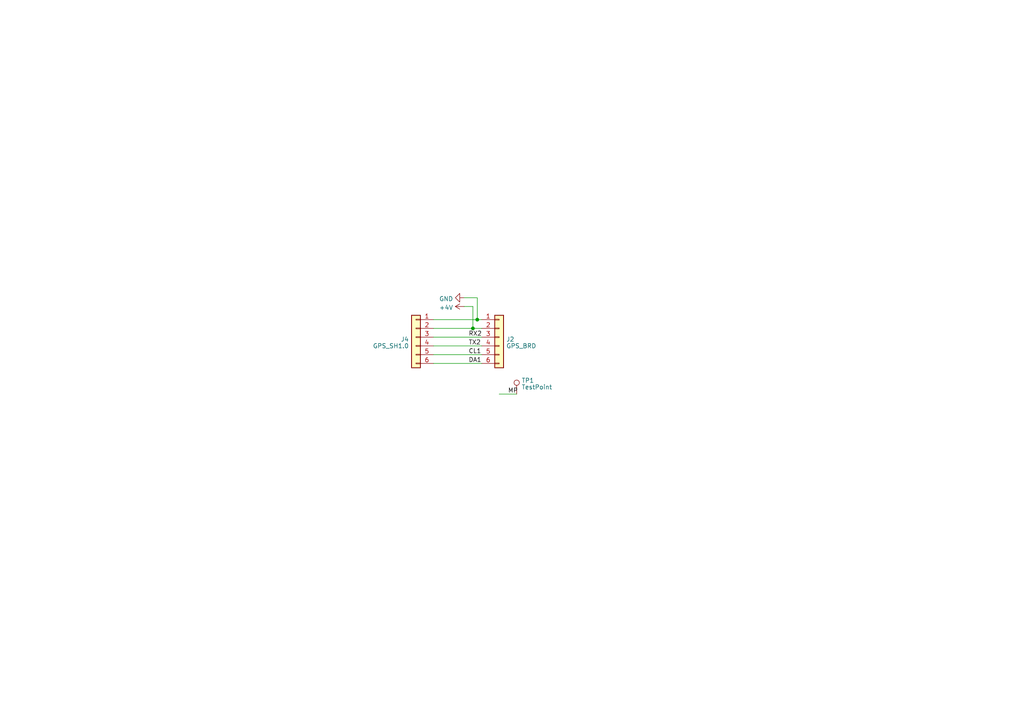
<source format=kicad_sch>
(kicad_sch (version 20230121) (generator eeschema)
  (paper "A4")
  (lib_symbols
    (symbol "Connector:TestPoint" (pin_numbers hide) (pin_names (offset 0.762) hide)
      (property "Reference" "TP" (at 0 6.858 0))
      (property "Value" "TestPoint" (at 0 5.08 0))
      (symbol "TestPoint_0_1"
        (circle (center 0 3.302) (radius 0.762))
      )
      (symbol "TestPoint_1_1"
        (pin passive line (at 0 0 90) (length 2.54) (name "1") (number "1"))
      )
    )
    (symbol "Connector_Generic:Conn_01x06" (pin_names (offset 1.016) hide)
      (property "Reference" "J" (at 0 7.62 0))
      (property "Value" "Conn_01x06" (at 0 -10.16 0))
      (symbol "Conn_01x06_1_1"
        (rectangle (start -1.27 -7.493) (end 0 -7.747) (stroke (width 0.1524)))
        (rectangle (start -1.27 -4.953) (end 0 -5.207) (stroke (width 0.1524)))
        (rectangle (start -1.27 -2.413) (end 0 -2.667) (stroke (width 0.1524)))
        (rectangle (start -1.27 0.127) (end 0 -0.127) (stroke (width 0.1524)))
        (rectangle (start -1.27 2.667) (end 0 2.413) (stroke (width 0.1524)))
        (rectangle (start -1.27 5.207) (end 0 4.953) (stroke (width 0.1524)))
        (rectangle (start -1.27 6.35) (end 1.27 -8.89) (stroke (width 0.254)) (fill (type background)))
        (pin passive line (at -5.08 5.08 0) (length 3.81) (name "Pin_1") (number "1"))
        (pin passive line (at -5.08 2.54 0) (length 3.81) (name "Pin_2") (number "2"))
        (pin passive line (at -5.08 0 0) (length 3.81) (name "Pin_3") (number "3"))
        (pin passive line (at -5.08 -2.54 0) (length 3.81) (name "Pin_4") (number "4"))
        (pin passive line (at -5.08 -5.08 0) (length 3.81) (name "Pin_5") (number "5"))
        (pin passive line (at -5.08 -7.62 0) (length 3.81) (name "Pin_6") (number "6"))
      )
    )
    (symbol "power:+4V" (power) (pin_names (offset 0))
      (property "Value" "+4V" (at 0 3.556 0))
      (symbol "+4V_0_1"
        (polyline (pts (xy -0.762 1.27) (xy 0 2.54)))
        (polyline (pts (xy 0 0) (xy 0 2.54)))
        (polyline (pts (xy 0 2.54) (xy 0.762 1.27)))
      )
      (symbol "+4V_1_1"
        (pin power_in line (at 0 0 90) (length 0) hide (name "+4V") (number "1"))
      )
    )
    (symbol "power:GND" (power) (pin_names (offset 0))
      (property "Value" "GND" (at 0 -3.81 0))
      (symbol "GND_0_1"
        (polyline (pts (xy 0 0) (xy 0 -1.27) (xy 1.27 -1.27) (xy 0 -2.54) (xy -1.27 -1.27) (xy 0 -1.27)))
      )
      (symbol "GND_1_1"
        (pin power_in line (at 0 0 270) (length 0) hide (name "GND") (number "1"))
      )
    )
  )
  (junction (at 138.43 92.71))
  (junction (at 137.16 95.25))
  (wire (pts (xy 134.62 88.9) (xy 137.16 88.9)))
  (wire (pts (xy 125.73 102.87) (xy 139.7 102.87)))
  (wire (pts (xy 138.43 86.36) (xy 138.43 92.71)))
  (wire (pts (xy 125.73 95.25) (xy 137.16 95.25)))
  (wire (pts (xy 137.16 95.25) (xy 139.7 95.25)))
  (wire (pts (xy 125.73 100.33) (xy 139.7 100.33)))
  (wire (pts (xy 144.78 114.3) (xy 149.86 114.3)))
  (wire (pts (xy 125.73 92.71) (xy 138.43 92.71)))
  (wire (pts (xy 137.16 88.9) (xy 137.16 95.25)))
  (wire (pts (xy 125.73 97.79) (xy 139.7 97.79)))
  (wire (pts (xy 134.62 86.36) (xy 138.43 86.36)))
  (wire (pts (xy 125.73 105.41) (xy 139.7 105.41)))
  (wire (pts (xy 138.43 92.71) (xy 139.7 92.71)))
  (label "MP" (at 147.32 114.3 0))
  (label "CL1" (at 135.89 102.87 0))
  (label "RX2" (at 135.89 97.79 0))
  (label "DA1" (at 135.89 105.41 0))
  (label "TX2" (at 135.89 100.33 0))
  (symbol (lib_id "Connector_Generic:Conn_01x06") (at 120.65 97.79 0) (mirror y) (unit 1)
    (property "Reference" "J4" (at 118.618 98.4163 0) (effects (justify left)))
    (property "Value" "GPS_SH1.0" (at 118.618 100.3373 0) (effects (justify left)))
    (property "Footprint" "Connector_JST:JST_SH_SM06B-SRSS-TB_1x06-1MP_P1.00mm_Horizontal" (effects hide))
    (instances (project "H743_WLITE_Breakouts" (path "" (reference "J4") (unit 1)) (path "" (reference "J1") (unit 1))))
  )
  (symbol (lib_id "power:+4V") (at 134.62 88.9 90) (unit 1)
    (property "Reference" "#PWR02" (effects hide))
    (property "Value" "+4V" (at 131.4451 89.2168 90) (effects (justify left)))
  )
  (symbol (lib_id "Connector_Generic:Conn_01x06") (at 144.78 97.79 0) (unit 1)
    (property "Reference" "J2" (at 146.812 98.4163 0) (effects (justify left)))
    (property "Value" "GPS_BRD" (at 146.812 100.3373 0) (effects (justify left)))
    (property "Footprint" "Connector_PinSocket_2.54mm:PinSocket_1x06_P2.54mm_Vertical" (effects hide))
  )
  (symbol (lib_id "Connector:TestPoint") (at 149.86 114.3 0) (unit 1)
    (property "Reference" "TP1" (at 151.257 110.3543 0) (effects (justify left)))
    (property "Value" "TestPoint" (at 151.257 112.2753 0) (effects (justify left)))
    (property "Footprint" "TestPoint:TestPoint_Pad_1.0x1.0mm" (effects hide))
  )
  (symbol (lib_id "power:GND") (at 134.62 86.36 270) (unit 1)
    (property "Reference" "#PWR04" (effects hide))
    (property "Value" "GND" (at 131.4451 86.6768 90) (effects (justify right)))
    (instances (project "H743_WLITE_Breakouts" (path "" (reference "#PWR04") (unit 1)) (path "" (reference "#PWR01") (unit 1))))
  )
)
</source>
